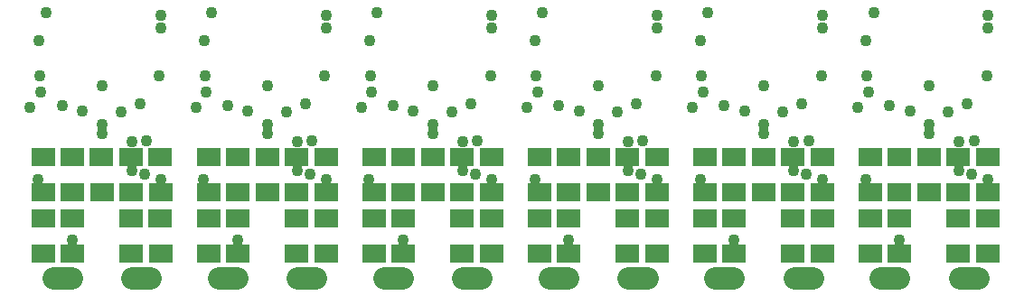
<source format=gbr>
%FSLAX34Y34*%
%MOMM*%
%LNSOLDERMASK_BOTTOM*%
G71*
G01*
%ADD10C, 1.100*%
%ADD11C, 2.100*%
%ADD12R, 2.200X1.700*%
%LPD*%
X84000Y-116000D02*
G54D10*
D03*
X139000Y-50000D02*
G54D10*
D03*
X139000Y-62000D02*
G54D10*
D03*
X138000Y-107000D02*
G54D10*
D03*
X102000Y-141000D02*
G54D10*
D03*
X66000Y-140000D02*
G54D10*
D03*
X26000Y-107000D02*
G54D10*
D03*
X25000Y-74000D02*
G54D10*
D03*
X32000Y-48000D02*
G54D10*
D03*
G54D11*
X112500Y-296500D02*
X129500Y-296500D01*
G54D11*
X38500Y-296500D02*
X55500Y-296500D01*
X28900Y-183600D02*
G54D12*
D03*
X29000Y-216100D02*
G54D12*
D03*
X56400Y-183600D02*
G54D12*
D03*
X56500Y-216100D02*
G54D12*
D03*
X83900Y-183600D02*
G54D12*
D03*
X84000Y-216100D02*
G54D12*
D03*
X111400Y-183600D02*
G54D12*
D03*
X111500Y-216100D02*
G54D12*
D03*
X138900Y-183600D02*
G54D12*
D03*
X139000Y-216100D02*
G54D12*
D03*
X28900Y-241100D02*
G54D12*
D03*
X29000Y-273600D02*
G54D12*
D03*
X56400Y-241100D02*
G54D12*
D03*
X56500Y-273600D02*
G54D12*
D03*
X111400Y-241100D02*
G54D12*
D03*
X111500Y-273600D02*
G54D12*
D03*
X138900Y-241100D02*
G54D12*
D03*
X139000Y-273600D02*
G54D12*
D03*
X126000Y-168000D02*
G54D10*
D03*
X139000Y-204000D02*
G54D10*
D03*
X112000Y-196000D02*
G54D10*
D03*
X112000Y-169000D02*
G54D10*
D03*
X120000Y-133000D02*
G54D10*
D03*
X124000Y-199000D02*
G54D10*
D03*
X24500Y-204000D02*
G54D10*
D03*
X47000Y-135000D02*
G54D10*
D03*
X17000Y-137000D02*
G54D10*
D03*
X56000Y-261000D02*
G54D10*
D03*
X27000Y-122000D02*
G54D10*
D03*
X84000Y-153000D02*
G54D10*
D03*
X84000Y-161000D02*
G54D10*
D03*
X239000Y-116000D02*
G54D10*
D03*
X294000Y-50000D02*
G54D10*
D03*
X294000Y-62000D02*
G54D10*
D03*
X293000Y-107000D02*
G54D10*
D03*
X257000Y-141000D02*
G54D10*
D03*
X221000Y-140000D02*
G54D10*
D03*
X181000Y-107000D02*
G54D10*
D03*
X180000Y-74000D02*
G54D10*
D03*
X187000Y-48000D02*
G54D10*
D03*
G54D11*
X267500Y-296500D02*
X284500Y-296500D01*
G54D11*
X193500Y-296500D02*
X210500Y-296500D01*
X183900Y-183600D02*
G54D12*
D03*
X184000Y-216100D02*
G54D12*
D03*
X211400Y-183600D02*
G54D12*
D03*
X211500Y-216100D02*
G54D12*
D03*
X238900Y-183600D02*
G54D12*
D03*
X239000Y-216100D02*
G54D12*
D03*
X266400Y-183600D02*
G54D12*
D03*
X266500Y-216100D02*
G54D12*
D03*
X293900Y-183600D02*
G54D12*
D03*
X294000Y-216100D02*
G54D12*
D03*
X183900Y-241100D02*
G54D12*
D03*
X184000Y-273600D02*
G54D12*
D03*
X211400Y-241100D02*
G54D12*
D03*
X211500Y-273600D02*
G54D12*
D03*
X266400Y-241100D02*
G54D12*
D03*
X266500Y-273600D02*
G54D12*
D03*
X293900Y-241100D02*
G54D12*
D03*
X294000Y-273600D02*
G54D12*
D03*
X281000Y-168000D02*
G54D10*
D03*
X294000Y-204000D02*
G54D10*
D03*
X267000Y-196000D02*
G54D10*
D03*
X267000Y-169000D02*
G54D10*
D03*
X275000Y-133000D02*
G54D10*
D03*
X279000Y-199000D02*
G54D10*
D03*
X179500Y-204000D02*
G54D10*
D03*
X202000Y-135000D02*
G54D10*
D03*
X172000Y-137000D02*
G54D10*
D03*
X211000Y-261000D02*
G54D10*
D03*
X182000Y-122000D02*
G54D10*
D03*
X239000Y-153000D02*
G54D10*
D03*
X239000Y-161000D02*
G54D10*
D03*
X394000Y-116000D02*
G54D10*
D03*
X449000Y-50000D02*
G54D10*
D03*
X449000Y-62000D02*
G54D10*
D03*
X448000Y-107000D02*
G54D10*
D03*
X412000Y-141000D02*
G54D10*
D03*
X376000Y-140000D02*
G54D10*
D03*
X336000Y-107000D02*
G54D10*
D03*
X335000Y-74000D02*
G54D10*
D03*
X342000Y-48000D02*
G54D10*
D03*
G54D11*
X422500Y-296500D02*
X439500Y-296500D01*
G54D11*
X348500Y-296500D02*
X365500Y-296500D01*
X338900Y-183600D02*
G54D12*
D03*
X339000Y-216100D02*
G54D12*
D03*
X366400Y-183600D02*
G54D12*
D03*
X366500Y-216100D02*
G54D12*
D03*
X393900Y-183600D02*
G54D12*
D03*
X394000Y-216100D02*
G54D12*
D03*
X421400Y-183600D02*
G54D12*
D03*
X421500Y-216100D02*
G54D12*
D03*
X448900Y-183600D02*
G54D12*
D03*
X449000Y-216100D02*
G54D12*
D03*
X338900Y-241100D02*
G54D12*
D03*
X339000Y-273600D02*
G54D12*
D03*
X366400Y-241100D02*
G54D12*
D03*
X366500Y-273600D02*
G54D12*
D03*
X421400Y-241100D02*
G54D12*
D03*
X421500Y-273600D02*
G54D12*
D03*
X448900Y-241100D02*
G54D12*
D03*
X449000Y-273600D02*
G54D12*
D03*
X436000Y-168000D02*
G54D10*
D03*
X449000Y-204000D02*
G54D10*
D03*
X422000Y-196000D02*
G54D10*
D03*
X422000Y-169000D02*
G54D10*
D03*
X430000Y-133000D02*
G54D10*
D03*
X434000Y-199000D02*
G54D10*
D03*
X334500Y-204000D02*
G54D10*
D03*
X357000Y-135000D02*
G54D10*
D03*
X327000Y-137000D02*
G54D10*
D03*
X366000Y-261000D02*
G54D10*
D03*
X337000Y-122000D02*
G54D10*
D03*
X394000Y-153000D02*
G54D10*
D03*
X394000Y-161000D02*
G54D10*
D03*
X549000Y-116000D02*
G54D10*
D03*
X604000Y-50000D02*
G54D10*
D03*
X604000Y-62000D02*
G54D10*
D03*
X603000Y-107000D02*
G54D10*
D03*
X567000Y-141000D02*
G54D10*
D03*
X531000Y-140000D02*
G54D10*
D03*
X491000Y-107000D02*
G54D10*
D03*
X490000Y-74000D02*
G54D10*
D03*
X497000Y-48000D02*
G54D10*
D03*
G54D11*
X577500Y-296500D02*
X594500Y-296500D01*
G54D11*
X503500Y-296500D02*
X520500Y-296500D01*
X493900Y-183600D02*
G54D12*
D03*
X494000Y-216100D02*
G54D12*
D03*
X521400Y-183600D02*
G54D12*
D03*
X521500Y-216100D02*
G54D12*
D03*
X548900Y-183600D02*
G54D12*
D03*
X549000Y-216100D02*
G54D12*
D03*
X576400Y-183600D02*
G54D12*
D03*
X576500Y-216100D02*
G54D12*
D03*
X603900Y-183600D02*
G54D12*
D03*
X604000Y-216100D02*
G54D12*
D03*
X493900Y-241100D02*
G54D12*
D03*
X494000Y-273600D02*
G54D12*
D03*
X521400Y-241100D02*
G54D12*
D03*
X521500Y-273600D02*
G54D12*
D03*
X576400Y-241100D02*
G54D12*
D03*
X576500Y-273600D02*
G54D12*
D03*
X603900Y-241100D02*
G54D12*
D03*
X604000Y-273600D02*
G54D12*
D03*
X591000Y-168000D02*
G54D10*
D03*
X604000Y-204000D02*
G54D10*
D03*
X577000Y-196000D02*
G54D10*
D03*
X577000Y-169000D02*
G54D10*
D03*
X585000Y-133000D02*
G54D10*
D03*
X589000Y-199000D02*
G54D10*
D03*
X489500Y-204000D02*
G54D10*
D03*
X512000Y-135000D02*
G54D10*
D03*
X482000Y-137000D02*
G54D10*
D03*
X521000Y-261000D02*
G54D10*
D03*
X492000Y-122000D02*
G54D10*
D03*
X549000Y-153000D02*
G54D10*
D03*
X549000Y-161000D02*
G54D10*
D03*
X704000Y-116000D02*
G54D10*
D03*
X759000Y-50000D02*
G54D10*
D03*
X759000Y-62000D02*
G54D10*
D03*
X758000Y-107000D02*
G54D10*
D03*
X722000Y-141000D02*
G54D10*
D03*
X686000Y-140000D02*
G54D10*
D03*
X646000Y-107000D02*
G54D10*
D03*
X645000Y-74000D02*
G54D10*
D03*
X652000Y-48000D02*
G54D10*
D03*
G54D11*
X732500Y-296500D02*
X749500Y-296500D01*
G54D11*
X658500Y-296500D02*
X675500Y-296500D01*
X648900Y-183600D02*
G54D12*
D03*
X649000Y-216100D02*
G54D12*
D03*
X676400Y-183600D02*
G54D12*
D03*
X676500Y-216100D02*
G54D12*
D03*
X703900Y-183600D02*
G54D12*
D03*
X704000Y-216100D02*
G54D12*
D03*
X731400Y-183600D02*
G54D12*
D03*
X731500Y-216100D02*
G54D12*
D03*
X758900Y-183600D02*
G54D12*
D03*
X759000Y-216100D02*
G54D12*
D03*
X648900Y-241100D02*
G54D12*
D03*
X649000Y-273600D02*
G54D12*
D03*
X676400Y-241100D02*
G54D12*
D03*
X676500Y-273600D02*
G54D12*
D03*
X731400Y-241100D02*
G54D12*
D03*
X731500Y-273600D02*
G54D12*
D03*
X758900Y-241100D02*
G54D12*
D03*
X759000Y-273600D02*
G54D12*
D03*
X746000Y-168000D02*
G54D10*
D03*
X759000Y-204000D02*
G54D10*
D03*
X732000Y-196000D02*
G54D10*
D03*
X732000Y-169000D02*
G54D10*
D03*
X740000Y-133000D02*
G54D10*
D03*
X744000Y-199000D02*
G54D10*
D03*
X644500Y-204000D02*
G54D10*
D03*
X667000Y-135000D02*
G54D10*
D03*
X637000Y-137000D02*
G54D10*
D03*
X676000Y-261000D02*
G54D10*
D03*
X647000Y-122000D02*
G54D10*
D03*
X704000Y-153000D02*
G54D10*
D03*
X704000Y-161000D02*
G54D10*
D03*
X859000Y-116000D02*
G54D10*
D03*
X914000Y-50000D02*
G54D10*
D03*
X914000Y-62000D02*
G54D10*
D03*
X913000Y-107000D02*
G54D10*
D03*
X877000Y-141000D02*
G54D10*
D03*
X841000Y-140000D02*
G54D10*
D03*
X801000Y-107000D02*
G54D10*
D03*
X800000Y-74000D02*
G54D10*
D03*
X807000Y-48000D02*
G54D10*
D03*
G54D11*
X887500Y-296500D02*
X904500Y-296500D01*
G54D11*
X813500Y-296500D02*
X830500Y-296500D01*
X803900Y-183600D02*
G54D12*
D03*
X804000Y-216100D02*
G54D12*
D03*
X831400Y-183600D02*
G54D12*
D03*
X831500Y-216100D02*
G54D12*
D03*
X858900Y-183600D02*
G54D12*
D03*
X859000Y-216100D02*
G54D12*
D03*
X886400Y-183600D02*
G54D12*
D03*
X886500Y-216100D02*
G54D12*
D03*
X913900Y-183600D02*
G54D12*
D03*
X914000Y-216100D02*
G54D12*
D03*
X803900Y-241100D02*
G54D12*
D03*
X804000Y-273600D02*
G54D12*
D03*
X831400Y-241100D02*
G54D12*
D03*
X831500Y-273600D02*
G54D12*
D03*
X886400Y-241100D02*
G54D12*
D03*
X886500Y-273600D02*
G54D12*
D03*
X913900Y-241100D02*
G54D12*
D03*
X914000Y-273600D02*
G54D12*
D03*
X901000Y-168000D02*
G54D10*
D03*
X914000Y-204000D02*
G54D10*
D03*
X887000Y-196000D02*
G54D10*
D03*
X887000Y-169000D02*
G54D10*
D03*
X895000Y-133000D02*
G54D10*
D03*
X899000Y-199000D02*
G54D10*
D03*
X799500Y-204000D02*
G54D10*
D03*
X822000Y-135000D02*
G54D10*
D03*
X792000Y-137000D02*
G54D10*
D03*
X831000Y-261000D02*
G54D10*
D03*
X802000Y-122000D02*
G54D10*
D03*
X859000Y-153000D02*
G54D10*
D03*
X859000Y-161000D02*
G54D10*
D03*
M02*

</source>
